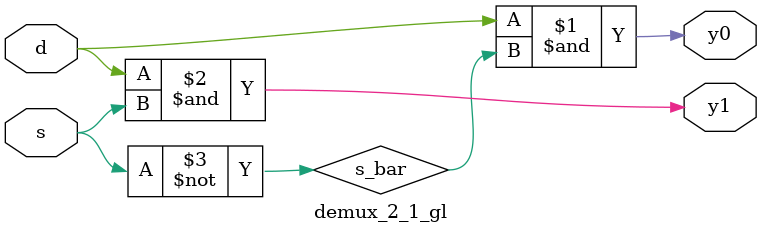
<source format=v>
module demux_2_1_gl(
input d, 
input s,
output y0, y1);
wire s_bar;

not (s_bar, s);
and (y0, d, s_bar);
and (y1, d, s);
endmodule

</source>
